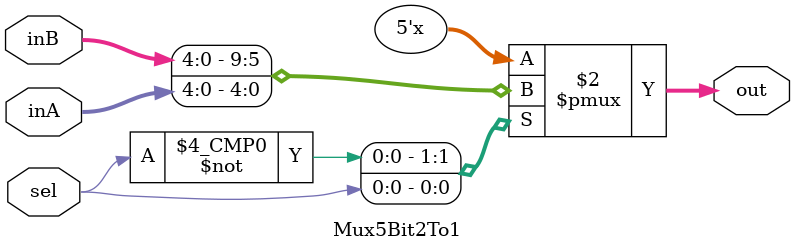
<source format=v>
`timescale 1ns / 1ps

module Mux5Bit2To1(out, inA, inB, sel);

    output reg [4:0] out;
    
    input [4:0] inA;
    input [4:0] inB;
    input sel;

    always @(*) begin
        case(sel)
            1'b0: out <= inB;
            1'b1: out <= inA;
        endcase
    end

endmodule
</source>
